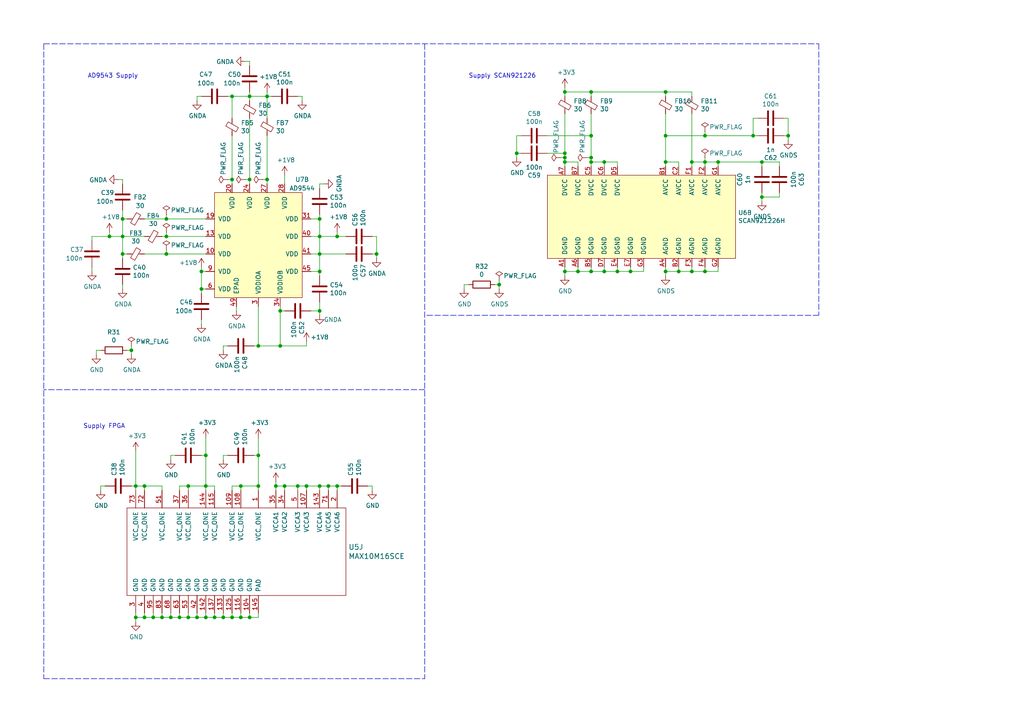
<source format=kicad_sch>
(kicad_sch (version 20250114) (generator "eeschema") (generator_version "9.0")
  (paper "A4")
  (title_block (title "TDS Receiver - FPGA and PLL supply") (date "2025-02-17") (company "(c) 2025 ETH Zurich, Y. Acremann") (comment 1 "License: GNU public license v. 3.0"))
  (text "Supply SCAN921226" (at 135.89 22.86 0) (effects (font (size 1.27 1.27)) (justify left bottom)))
  (text "Supply FPGA" (at 24.13 124.46 0) (effects (font (size 1.27 1.27)) (justify left bottom)))
  (text "AD9543 Supply\n" (at 25.4 22.86 0) (effects (font (size 1.27 1.27)) (justify left bottom)))
  (junction (at 175.26 78.74))
  (junction (at 72.39 27.94))
  (junction (at 218.44 39.37))
  (junction (at 46.99 179.07))
  (junction (at 59.69 140.97))
  (junction (at 196.85 78.74))
  (junction (at 35.56 68.58))
  (junction (at 41.91 140.97))
  (junction (at 59.69 132.08))
  (junction (at 44.45 179.07))
  (junction (at 52.07 179.07))
  (junction (at 193.04 78.74))
  (junction (at 163.83 78.74))
  (junction (at 69.85 140.97))
  (junction (at 171.45 78.74))
  (junction (at 72.39 52.07))
  (junction (at 182.88 78.74))
  (junction (at 193.04 39.37))
  (junction (at 204.47 39.37))
  (junction (at 48.26 73.66))
  (junction (at 179.07 78.74))
  (junction (at 81.28 100.33))
  (junction (at 95.25 140.97))
  (junction (at 163.83 44.45))
  (junction (at 82.55 140.97))
  (junction (at 171.45 39.37))
  (junction (at 48.26 68.58))
  (junction (at 208.28 46.99))
  (junction (at 171.45 26.67))
  (junction (at 220.98 46.99))
  (junction (at 74.93 132.08))
  (junction (at 163.83 46.99))
  (junction (at 39.37 179.07))
  (junction (at 81.28 90.17))
  (junction (at 86.36 140.97))
  (junction (at 72.39 179.07))
  (junction (at 74.93 140.97))
  (junction (at 200.66 46.99))
  (junction (at 88.9 140.97))
  (junction (at 67.31 179.07))
  (junction (at 54.61 179.07))
  (junction (at 48.26 63.5))
  (junction (at 92.71 78.74))
  (junction (at 41.91 179.07))
  (junction (at 193.04 46.99))
  (junction (at 200.66 78.74))
  (junction (at 92.71 73.66))
  (junction (at 228.6 39.37))
  (junction (at 204.47 78.74))
  (junction (at 80.01 140.97))
  (junction (at 39.37 140.97))
  (junction (at 109.22 73.66))
  (junction (at 97.79 140.97))
  (junction (at 204.47 46.99))
  (junction (at 35.56 63.5))
  (junction (at 92.71 63.5))
  (junction (at 220.98 57.15))
  (junction (at 144.78 82.55))
  (junction (at 163.83 26.67))
  (junction (at 49.53 179.07))
  (junction (at 69.85 179.07))
  (junction (at 58.42 78.74))
  (junction (at 167.64 78.74))
  (junction (at 163.83 45.72))
  (junction (at 97.79 68.58))
  (junction (at 31.75 68.58))
  (junction (at 67.31 52.07))
  (junction (at 77.47 27.94))
  (junction (at 77.47 52.07))
  (junction (at 62.23 179.07))
  (junction (at 92.71 90.17))
  (junction (at 74.93 100.33))
  (junction (at 38.1 101.6))
  (junction (at 193.04 26.67))
  (junction (at 67.31 27.94))
  (junction (at 57.15 179.07))
  (junction (at 149.86 44.45))
  (junction (at 59.69 179.07))
  (junction (at 171.45 45.72))
  (junction (at 175.26 46.99))
  (junction (at 92.71 68.58))
  (junction (at 92.71 140.97))
  (junction (at 54.61 140.97))
  (junction (at 64.77 179.07))
  (junction (at 58.42 83.82))
  (junction (at 171.45 46.99))
  (junction (at 35.56 73.66))
  (wire (pts (xy 69.85 142.24) (xy 69.85 140.97)))
  (wire (pts (xy 219.71 39.37) (xy 218.44 39.37)))
  (wire (pts (xy 200.66 33.02) (xy 200.66 46.99)))
  (wire (pts (xy 87.63 27.94) (xy 87.63 29.21)))
  (wire (pts (xy 49.53 132.08) (xy 49.53 133.35)))
  (wire (pts (xy 208.28 46.99) (xy 204.47 46.99)))
  (wire (pts (xy 80.01 140.97) (xy 80.01 142.24)))
  (wire (pts (xy 71.12 17.78) (xy 72.39 17.78)))
  (wire (pts (xy 39.37 140.97) (xy 39.37 142.24)))
  (wire (pts (xy 97.79 67.31) (xy 97.79 68.58)))
  (wire (pts (xy 200.66 46.99) (xy 204.47 46.99)))
  (wire (pts (xy 31.75 68.58) (xy 35.56 68.58)))
  (wire (pts (xy 77.47 53.34) (xy 77.47 52.07)))
  (wire (pts (xy 92.71 91.44) (xy 92.71 90.17)))
  (wire (pts (xy 41.91 63.5) (xy 48.26 63.5)))
  (wire (pts (xy 171.45 26.67) (xy 193.04 26.67)))
  (wire (pts (xy 144.78 81.28) (xy 144.78 82.55)))
  (wire (pts (xy 41.91 68.58) (xy 35.56 68.58)))
  (wire (pts (xy 82.55 50.8) (xy 82.55 53.34)))
  (wire (pts (xy 82.55 142.24) (xy 82.55 140.97)))
  (wire (pts (xy 196.85 48.26) (xy 196.85 46.99)))
  (wire (pts (xy 193.04 27.94) (xy 193.04 26.67)))
  (wire (pts (xy 64.77 100.33) (xy 64.77 101.6)))
  (wire (pts (xy 82.55 90.17) (xy 81.28 90.17)))
  (polyline (pts (xy 12.7 12.7) (xy 12.7 196.85)) (stroke (width 0) (type dash)))
  (wire (pts (xy 134.62 82.55) (xy 134.62 83.82)))
  (wire (pts (xy 41.91 179.07) (xy 39.37 179.07)))
  (wire (pts (xy 88.9 140.97) (xy 92.71 140.97)))
  (wire (pts (xy 44.45 179.07) (xy 44.45 177.8)))
  (wire (pts (xy 81.28 100.33) (xy 74.93 100.33)))
  (wire (pts (xy 58.42 83.82) (xy 58.42 85.09)))
  (wire (pts (xy 97.79 68.58) (xy 100.33 68.58)))
  (wire (pts (xy 59.69 179.07) (xy 57.15 179.07)))
  (wire (pts (xy 74.93 132.08) (xy 74.93 140.97)))
  (wire (pts (xy 68.58 90.17) (xy 68.58 88.9)))
  (wire (pts (xy 35.56 68.58) (xy 35.56 63.5)))
  (wire (pts (xy 77.47 27.94) (xy 77.47 34.29)))
  (wire (pts (xy 27.94 101.6) (xy 27.94 102.87)))
  (wire (pts (xy 92.71 63.5) (xy 92.71 68.58)))
  (wire (pts (xy 107.95 142.24) (xy 107.95 140.97)))
  (wire (pts (xy 92.71 53.34) (xy 92.71 54.61)))
  (wire (pts (xy 182.88 78.74) (xy 179.07 78.74)))
  (wire (pts (xy 59.69 179.07) (xy 59.69 177.8)))
  (wire (pts (xy 109.22 73.66) (xy 109.22 74.93)))
  (wire (pts (xy 151.13 44.45) (xy 149.86 44.45)))
  (wire (pts (xy 228.6 34.29) (xy 227.33 34.29)))
  (wire (pts (xy 35.56 68.58) (xy 35.56 73.66)))
  (wire (pts (xy 26.67 69.85) (xy 26.67 68.58)))
  (wire (pts (xy 204.47 78.74) (xy 208.28 78.74)))
  (wire (pts (xy 158.75 44.45) (xy 163.83 44.45)))
  (wire (pts (xy 88.9 142.24) (xy 88.9 140.97)))
  (wire (pts (xy 109.22 68.58) (xy 109.22 73.66)))
  (wire (pts (xy 92.71 78.74) (xy 92.71 80.01)))
  (wire (pts (xy 220.98 58.42) (xy 220.98 57.15)))
  (wire (pts (xy 92.71 142.24) (xy 92.71 140.97)))
  (wire (pts (xy 74.93 179.07) (xy 72.39 179.07)))
  (wire (pts (xy 59.69 140.97) (xy 59.69 132.08)))
  (wire (pts (xy 163.83 44.45) (xy 163.83 33.02)))
  (wire (pts (xy 41.91 140.97) (xy 41.91 142.24)))
  (wire (pts (xy 46.99 68.58) (xy 48.26 68.58)))
  (wire (pts (xy 35.56 83.82) (xy 35.56 82.55)))
  (wire (pts (xy 107.95 140.97) (xy 106.68 140.97)))
  (wire (pts (xy 163.83 25.4) (xy 163.83 26.67)))
  (wire (pts (xy 196.85 46.99) (xy 193.04 46.99)))
  (wire (pts (xy 57.15 179.07) (xy 54.61 179.07)))
  (wire (pts (xy 171.45 39.37) (xy 171.45 33.02)))
  (wire (pts (xy 77.47 27.94) (xy 77.47 26.67)))
  (wire (pts (xy 66.04 27.94) (xy 67.31 27.94)))
  (wire (pts (xy 95.25 142.24) (xy 95.25 140.97)))
  (wire (pts (xy 193.04 33.02) (xy 193.04 39.37)))
  (wire (pts (xy 227.33 39.37) (xy 228.6 39.37)))
  (wire (pts (xy 39.37 179.07) (xy 39.37 180.34)))
  (polyline (pts (xy 237.49 12.7) (xy 237.49 91.44)) (stroke (width 0) (type dash)))
  (wire (pts (xy 35.56 60.96) (xy 35.56 63.5)))
  (wire (pts (xy 220.98 57.15) (xy 226.06 57.15)))
  (wire (pts (xy 35.56 73.66) (xy 35.56 74.93)))
  (wire (pts (xy 193.04 80.01) (xy 193.04 78.74)))
  (wire (pts (xy 200.66 78.74) (xy 200.66 77.47)))
  (wire (pts (xy 171.45 77.47) (xy 171.45 78.74)))
  (wire (pts (xy 167.64 78.74) (xy 163.83 78.74)))
  (wire (pts (xy 71.12 52.07) (xy 72.39 52.07)))
  (wire (pts (xy 48.26 68.58) (xy 59.69 68.58)))
  (wire (pts (xy 44.45 179.07) (xy 41.91 179.07)))
  (wire (pts (xy 59.69 127) (xy 59.69 132.08)))
  (wire (pts (xy 92.71 62.23) (xy 92.71 63.5)))
  (wire (pts (xy 54.61 140.97) (xy 59.69 140.97)))
  (wire (pts (xy 30.48 140.97) (xy 29.21 140.97)))
  (wire (pts (xy 163.83 27.94) (xy 163.83 26.67)))
  (wire (pts (xy 167.64 46.99) (xy 163.83 46.99)))
  (wire (pts (xy 80.01 140.97) (xy 82.55 140.97)))
  (wire (pts (xy 46.99 179.07) (xy 44.45 179.07)))
  (wire (pts (xy 72.39 27.94) (xy 72.39 26.67)))
  (wire (pts (xy 38.1 101.6) (xy 38.1 102.87)))
  (wire (pts (xy 58.42 78.74) (xy 58.42 83.82)))
  (wire (pts (xy 62.23 177.8) (xy 62.23 179.07)))
  (polyline (pts (xy 237.49 91.44) (xy 123.19 91.44)) (stroke (width 0) (type dash)))
  (wire (pts (xy 69.85 179.07) (xy 69.85 177.8)))
  (wire (pts (xy 38.1 101.6) (xy 38.1 100.33)))
  (wire (pts (xy 149.86 39.37) (xy 149.86 44.45)))
  (wire (pts (xy 170.18 45.72) (xy 171.45 45.72)))
  (wire (pts (xy 67.31 52.07) (xy 67.31 53.34)))
  (wire (pts (xy 48.26 72.39) (xy 48.26 73.66)))
  (wire (pts (xy 77.47 52.07) (xy 77.47 39.37)))
  (wire (pts (xy 54.61 179.07) (xy 52.07 179.07)))
  (wire (pts (xy 58.42 77.47) (xy 58.42 78.74)))
  (wire (pts (xy 73.66 132.08) (xy 74.93 132.08)))
  (wire (pts (xy 167.64 78.74) (xy 167.64 77.47)))
  (wire (pts (xy 52.07 179.07) (xy 49.53 179.07)))
  (wire (pts (xy 204.47 45.72) (xy 204.47 46.99)))
  (wire (pts (xy 54.61 179.07) (xy 54.61 177.8)))
  (wire (pts (xy 29.21 140.97) (xy 29.21 142.24)))
  (wire (pts (xy 163.83 80.01) (xy 163.83 78.74)))
  (wire (pts (xy 76.2 52.07) (xy 77.47 52.07)))
  (wire (pts (xy 78.74 27.94) (xy 77.47 27.94)))
  (wire (pts (xy 48.26 68.58) (xy 48.26 67.31)))
  (wire (pts (xy 36.83 73.66) (xy 35.56 73.66)))
  (wire (pts (xy 163.83 44.45) (xy 163.83 45.72)))
  (wire (pts (xy 163.83 46.99) (xy 163.83 48.26)))
  (wire (pts (xy 48.26 62.23) (xy 48.26 63.5)))
  (wire (pts (xy 107.95 68.58) (xy 109.22 68.58)))
  (wire (pts (xy 57.15 177.8) (xy 57.15 179.07)))
  (wire (pts (xy 31.75 67.31) (xy 31.75 68.58)))
  (wire (pts (xy 72.39 27.94) (xy 77.47 27.94)))
  (wire (pts (xy 158.75 39.37) (xy 171.45 39.37)))
  (wire (pts (xy 58.42 93.98) (xy 58.42 92.71)))
  (polyline (pts (xy 123.19 12.7) (xy 123.19 196.85)) (stroke (width 0) (type dash)))
  (wire (pts (xy 200.66 48.26) (xy 200.66 46.99)))
  (wire (pts (xy 72.39 179.07) (xy 69.85 179.07)))
  (wire (pts (xy 59.69 142.24) (xy 59.69 140.97)))
  (wire (pts (xy 62.23 140.97) (xy 62.23 142.24)))
  (wire (pts (xy 67.31 27.94) (xy 67.31 34.29)))
  (wire (pts (xy 171.45 27.94) (xy 171.45 26.67)))
  (wire (pts (xy 93.98 53.34) (xy 92.71 53.34)))
  (wire (pts (xy 175.26 46.99) (xy 175.26 48.26)))
  (wire (pts (xy 26.67 78.74) (xy 26.67 77.47)))
  (wire (pts (xy 179.07 78.74) (xy 175.26 78.74)))
  (wire (pts (xy 92.71 90.17) (xy 90.17 90.17)))
  (wire (pts (xy 193.04 39.37) (xy 204.47 39.37)))
  (wire (pts (xy 193.04 78.74) (xy 193.04 77.47)))
  (wire (pts (xy 208.28 78.74) (xy 208.28 77.47)))
  (wire (pts (xy 48.26 73.66) (xy 59.69 73.66)))
  (wire (pts (xy 226.06 48.26) (xy 226.06 46.99)))
  (wire (pts (xy 149.86 44.45) (xy 149.86 45.72)))
  (wire (pts (xy 48.26 73.66) (xy 41.91 73.66)))
  (wire (pts (xy 86.36 142.24) (xy 86.36 140.97)))
  (wire (pts (xy 88.9 99.06) (xy 88.9 100.33)))
  (polyline (pts (xy 12.7 12.7) (xy 237.49 12.7)) (stroke (width 0) (type dash)))
  (wire (pts (xy 74.93 140.97) (xy 74.93 142.24)))
  (wire (pts (xy 171.45 45.72) (xy 171.45 46.99)))
  (wire (pts (xy 62.23 179.07) (xy 59.69 179.07)))
  (wire (pts (xy 41.91 140.97) (xy 46.99 140.97)))
  (wire (pts (xy 144.78 82.55) (xy 144.78 83.82)))
  (wire (pts (xy 219.71 34.29) (xy 218.44 34.29)))
  (wire (pts (xy 193.04 46.99) (xy 193.04 48.26)))
  (wire (pts (xy 49.53 179.07) (xy 46.99 179.07)))
  (wire (pts (xy 208.28 48.26) (xy 208.28 46.99)))
  (wire (pts (xy 59.69 140.97) (xy 62.23 140.97)))
  (wire (pts (xy 72.39 34.29) (xy 72.39 52.07)))
  (wire (pts (xy 220.98 57.15) (xy 220.98 55.88)))
  (wire (pts (xy 67.31 27.94) (xy 72.39 27.94)))
  (wire (pts (xy 186.69 78.74) (xy 182.88 78.74)))
  (wire (pts (xy 196.85 77.47) (xy 196.85 78.74)))
  (wire (pts (xy 46.99 140.97) (xy 46.99 142.24)))
  (wire (pts (xy 204.47 46.99) (xy 204.47 48.26)))
  (wire (pts (xy 67.31 179.07) (xy 64.77 179.07)))
  (wire (pts (xy 73.66 100.33) (xy 74.93 100.33)))
  (wire (pts (xy 34.29 52.07) (xy 35.56 52.07)))
  (wire (pts (xy 74.93 127) (xy 74.93 132.08)))
  (wire (pts (xy 218.44 34.29) (xy 218.44 39.37)))
  (wire (pts (xy 228.6 40.64) (xy 228.6 39.37)))
  (wire (pts (xy 57.15 27.94) (xy 57.15 29.21)))
  (wire (pts (xy 39.37 140.97) (xy 41.91 140.97)))
  (wire (pts (xy 41.91 177.8) (xy 41.91 179.07)))
  (wire (pts (xy 72.39 27.94) (xy 72.39 29.21)))
  (wire (pts (xy 39.37 177.8) (xy 39.37 179.07)))
  (wire (pts (xy 81.28 90.17) (xy 81.28 100.33)))
  (wire (pts (xy 64.77 179.07) (xy 62.23 179.07)))
  (wire (pts (xy 46.99 177.8) (xy 46.99 179.07)))
  (wire (pts (xy 64.77 179.07) (xy 64.77 177.8)))
  (wire (pts (xy 26.67 68.58) (xy 31.75 68.58)))
  (wire (pts (xy 143.51 82.55) (xy 144.78 82.55)))
  (wire (pts (xy 226.06 57.15) (xy 226.06 55.88)))
  (wire (pts (xy 59.69 83.82) (xy 58.42 83.82)))
  (wire (pts (xy 38.1 140.97) (xy 39.37 140.97)))
  (wire (pts (xy 74.93 177.8) (xy 74.93 179.07)))
  (wire (pts (xy 220.98 46.99) (xy 208.28 46.99)))
  (wire (pts (xy 86.36 27.94) (xy 87.63 27.94)))
  (wire (pts (xy 39.37 130.81) (xy 39.37 140.97)))
  (wire (pts (xy 52.07 177.8) (xy 52.07 179.07)))
  (wire (pts (xy 50.8 132.08) (xy 49.53 132.08)))
  (wire (pts (xy 182.88 78.74) (xy 182.88 77.47)))
  (wire (pts (xy 171.45 48.26) (xy 171.45 46.99)))
  (wire (pts (xy 92.71 87.63) (xy 92.71 90.17)))
  (wire (pts (xy 90.17 73.66) (xy 92.71 73.66)))
  (wire (pts (xy 36.83 101.6) (xy 38.1 101.6)))
  (wire (pts (xy 81.28 100.33) (xy 88.9 100.33)))
  (wire (pts (xy 66.04 52.07) (xy 67.31 52.07)))
  (wire (pts (xy 67.31 177.8) (xy 67.31 179.07)))
  (wire (pts (xy 90.17 63.5) (xy 92.71 63.5)))
  (wire (pts (xy 29.21 101.6) (xy 27.94 101.6)))
  (wire (pts (xy 69.85 140.97) (xy 74.93 140.97)))
  (wire (pts (xy 163.83 78.74) (xy 163.83 77.47)))
  (polyline (pts (xy 123.19 113.03) (xy 12.7 113.03)) (stroke (width 0) (type dash)))
  (wire (pts (xy 92.71 68.58) (xy 92.71 73.66)))
  (wire (pts (xy 193.04 26.67) (xy 200.66 26.67)))
  (wire (pts (xy 35.56 63.5) (xy 36.83 63.5)))
  (wire (pts (xy 171.45 39.37) (xy 171.45 45.72)))
  (wire (pts (xy 163.83 26.67) (xy 171.45 26.67)))
  (polyline (pts (xy 12.7 196.85) (xy 123.19 196.85)) (stroke (width 0) (type dash)))
  (wire (pts (xy 64.77 132.08) (xy 64.77 133.35)))
  (wire (pts (xy 179.07 48.26) (xy 179.07 46.99)))
  (wire (pts (xy 92.71 73.66) (xy 92.71 78.74)))
  (wire (pts (xy 82.55 140.97) (xy 86.36 140.97)))
  (wire (pts (xy 179.07 46.99) (xy 175.26 46.99)))
  (wire (pts (xy 204.47 39.37) (xy 218.44 39.37)))
  (wire (pts (xy 97.79 140.97) (xy 97.79 142.24)))
  (wire (pts (xy 226.06 46.99) (xy 220.98 46.99)))
  (wire (pts (xy 67.31 142.24) (xy 67.31 140.97)))
  (wire (pts (xy 135.89 82.55) (xy 134.62 82.55)))
  (wire (pts (xy 175.26 78.74) (xy 171.45 78.74)))
  (wire (pts (xy 54.61 142.24) (xy 54.61 140.97)))
  (wire (pts (xy 92.71 140.97) (xy 95.25 140.97)))
  (wire (pts (xy 66.04 100.33) (xy 64.77 100.33)))
  (wire (pts (xy 95.25 140.97) (xy 97.79 140.97)))
  (wire (pts (xy 97.79 68.58) (xy 92.71 68.58)))
  (wire (pts (xy 72.39 177.8) (xy 72.39 179.07)))
  (wire (pts (xy 171.45 46.99) (xy 175.26 46.99)))
  (wire (pts (xy 179.07 77.47) (xy 179.07 78.74)))
  (wire (pts (xy 107.95 73.66) (xy 109.22 73.66)))
  (wire (pts (xy 49.53 179.07) (xy 49.53 177.8)))
  (wire (pts (xy 52.07 140.97) (xy 54.61 140.97)))
  (wire (pts (xy 100.33 73.66) (xy 92.71 73.66)))
  (wire (pts (xy 81.28 88.9) (xy 81.28 90.17)))
  (wire (pts (xy 35.56 52.07) (xy 35.56 53.34)))
  (wire (pts (xy 200.66 26.67) (xy 200.66 27.94)))
  (wire (pts (xy 69.85 179.07) (xy 67.31 179.07)))
  (wire (pts (xy 193.04 39.37) (xy 193.04 46.99)))
  (wire (pts (xy 80.01 139.7) (xy 80.01 140.97)))
  (wire (pts (xy 72.39 52.07) (xy 72.39 53.34)))
  (wire (pts (xy 67.31 39.37) (xy 67.31 52.07)))
  (wire (pts (xy 171.45 78.74) (xy 167.64 78.74)))
  (wire (pts (xy 67.31 140.97) (xy 69.85 140.97)))
  (wire (pts (xy 186.69 77.47) (xy 186.69 78.74)))
  (wire (pts (xy 193.04 78.74) (xy 196.85 78.74)))
  (wire (pts (xy 162.56 45.72) (xy 163.83 45.72)))
  (wire (pts (xy 200.66 78.74) (xy 204.47 78.74)))
  (wire (pts (xy 204.47 77.47) (xy 204.47 78.74)))
  (wire (pts (xy 167.64 48.26) (xy 167.64 46.99)))
  (wire (pts (xy 90.17 78.74) (xy 92.71 78.74)))
  (wire (pts (xy 66.04 132.08) (xy 64.77 132.08)))
  (wire (pts (xy 59.69 132.08) (xy 58.42 132.08)))
  (wire (pts (xy 48.26 63.5) (xy 59.69 63.5)))
  (wire (pts (xy 175.26 78.74) (xy 175.26 77.47)))
  (wire (pts (xy 196.85 78.74) (xy 200.66 78.74)))
  (wire (pts (xy 52.07 142.24) (xy 52.07 140.97)))
  (wire (pts (xy 90.17 68.58) (xy 92.71 68.58)))
  (wire (pts (xy 74.93 100.33) (xy 74.93 88.9)))
  (wire (pts (xy 72.39 17.78) (xy 72.39 19.05)))
  (wire (pts (xy 228.6 39.37) (xy 228.6 34.29)))
  (wire (pts (xy 86.36 140.97) (xy 88.9 140.97)))
  (wire (pts (xy 99.06 140.97) (xy 97.79 140.97)))
  (wire (pts (xy 163.83 45.72) (xy 163.83 46.99)))
  (wire (pts (xy 58.42 78.74) (xy 59.69 78.74)))
  (wire (pts (xy 204.47 39.37) (xy 204.47 38.1)))
  (wire (pts (xy 151.13 39.37) (xy 149.86 39.37)))
  (wire (pts (xy 220.98 48.26) (xy 220.98 46.99)))
  (wire (pts (xy 58.42 27.94) (xy 57.15 27.94)))
  (symbol (lib_id "power:+1V8") (at 58.42 77.47 0) (unit 1)
    (property "Reference" "#PWR0198" (effects (hide yes)))
    (property "Value" "+1V8" (at 54.61 76.2 0))
  )
  (symbol (lib_id "Device:C") (at 58.42 88.9 0) (unit 1)
    (property "Reference" "C46" (at 52.07 87.63 0) (effects (justify left)))
    (property "Value" "100n" (at 50.8 90.17 0) (effects (justify left)))
    (property "Footprint" "Capacitor_SMD:C_0603_1608Metric" (effects (hide yes)))
  )
  (symbol (lib_id "power:GNDA") (at 58.42 93.98 0) (unit 1)
    (property "Reference" "#PWR0199" (effects (hide yes)))
    (property "Value" "GNDA" (at 58.547 98.3742 0))
  )
  (symbol (lib_id "power:GNDA") (at 68.58 90.17 0) (unit 1)
    (property "Reference" "#PWR0200" (effects (hide yes)))
    (property "Value" "GNDA" (at 68.707 94.5642 0))
  )
  (symbol (lib_id "Device:C") (at 69.85 100.33 270) (unit 1)
    (property "Reference" "C48" (at 71.0184 103.251 0) (effects (justify left)))
    (property "Value" "100n" (at 68.707 103.251 0) (effects (justify left)))
    (property "Footprint" "Capacitor_SMD:C_0402_1005Metric" (effects (hide yes)))
  )
  (symbol (lib_id "power:GNDA") (at 64.77 101.6 0) (unit 1)
    (property "Reference" "#PWR0201" (effects (hide yes)))
    (property "Value" "GNDA" (at 64.897 105.9942 0))
  )
  (symbol (lib_id "power:+1V8") (at 88.9 99.06 0) (unit 1)
    (property "Reference" "#PWR0202" (effects (hide yes)))
    (property "Value" "+1V8" (at 92.71 97.79 0))
  )
  (symbol (lib_id "Device:C") (at 86.36 90.17 270) (unit 1)
    (property "Reference" "C52" (at 87.5284 93.091 0) (effects (justify left)))
    (property "Value" "100n" (at 85.217 93.091 0) (effects (justify left)))
    (property "Footprint" "Capacitor_SMD:C_0402_1005Metric" (effects (hide yes)))
  )
  (symbol (lib_id "Device:C") (at 92.71 83.82 0) (unit 1)
    (property "Reference" "C54" (at 95.631 82.6516 0) (effects (justify left)))
    (property "Value" "100n" (at 95.631 84.963 0) (effects (justify left)))
    (property "Footprint" "Capacitor_SMD:C_0402_1005Metric" (effects (hide yes)))
  )
  (symbol (lib_id "Device:C") (at 92.71 58.42 0) (unit 1)
    (property "Reference" "C53" (at 95.631 57.2516 0) (effects (justify left)))
    (property "Value" "100n" (at 95.631 59.563 0) (effects (justify left)))
    (property "Footprint" "Capacitor_SMD:C_0402_1005Metric" (effects (hide yes)))
  )
  (symbol (lib_id "power:GNDA") (at 92.71 91.44 0) (unit 1)
    (property "Reference" "#PWR0203" (effects (hide yes)))
    (property "Value" "GNDA" (at 96.52 92.71 0))
  )
  (symbol (lib_id "power:GNDA") (at 93.98 53.34 90) (unit 1)
    (property "Reference" "#PWR0204" (effects (hide yes)))
    (property "Value" "GNDA" (at 98.3742 53.213 0))
  )
  (symbol (lib_id "power:+1V8") (at 97.79 67.31 0) (unit 1)
    (property "Reference" "#PWR0205" (effects (hide yes)))
    (property "Value" "+1V8" (at 98.171 62.9158 0))
  )
  (symbol (lib_id "Device:C") (at 104.14 68.58 90) (unit 1)
    (property "Reference" "C56" (at 102.9716 65.659 0) (effects (justify left)))
    (property "Value" "100n" (at 105.283 65.659 0) (effects (justify left)))
    (property "Footprint" "Capacitor_SMD:C_0402_1005Metric" (effects (hide yes)))
  )
  (symbol (lib_id "Device:C") (at 104.14 73.66 270) (unit 1)
    (property "Reference" "C57" (at 105.3084 76.581 0) (effects (justify left)))
    (property "Value" "100n" (at 102.997 76.581 0) (effects (justify left)))
    (property "Footprint" "Capacitor_SMD:C_0402_1005Metric" (effects (hide yes)))
  )
  (symbol (lib_id "power:GNDA") (at 109.22 74.93 0) (unit 1)
    (property "Reference" "#PWR0206" (effects (hide yes)))
    (property "Value" "GNDA" (at 109.347 79.3242 0))
  )
  (symbol (lib_id "power:GNDA") (at 38.1 102.87 0) (unit 1)
    (property "Reference" "#PWR0207" (effects (hide yes)))
    (property "Value" "GNDA" (at 38.227 107.2642 0))
  )
  (symbol (lib_id "power:GND") (at 27.94 102.87 0) (unit 1)
    (property "Reference" "#PWR0208" (effects (hide yes)))
    (property "Value" "GND" (at 28.067 107.2642 0))
  )
  (symbol (lib_id "Device:R") (at 33.02 101.6 270) (unit 1)
    (property "Reference" "R31" (at 33.02 96.3422 90))
    (property "Value" "0" (at 33.02 98.6536 90))
    (property "Footprint" "Resistor_SMD:R_0603_1608Metric" (effects (hide yes)))
  )
  (symbol (lib_id "AD9543:AD9543") (at 74.93 71.12 0) (unit 2)
    (property "Reference" "U7" (at 87.63 52.07 0))
    (property "Value" "AD9544" (at 87.63 54.61 0))
    (property "Footprint" "Package_CSP:LFCSP-48-1EP_7x7mm_P0.5mm_EP4.1x4.1mm" (effects (hide yes)))
    (property "Datasheet" "https://www.analog.com/media/en/technical-documentation/data-sheets/AD9543.pdf" (effects (hide yes)))
  )
  (symbol (lib_id "Device:C") (at 62.23 27.94 270) (unit 1)
    (property "Reference" "C47" (at 59.69 21.59 90))
    (property "Value" "100n" (at 59.69 24.13 90))
    (property "Footprint" "Capacitor_SMD:C_0402_1005Metric" (effects (hide yes)))
  )
  (symbol (lib_id "Device:Ferrite_Bead_Small") (at 67.31 36.83 0) (unit 1)
    (property "Reference" "FB5" (at 69.85 35.6616 0) (effects (justify left)))
    (property "Value" "30" (at 69.85 37.973 0) (effects (justify left)))
    (property "Footprint" "Inductor_SMD:L_0402_1005Metric" (effects (hide yes)))
  )
  (symbol (lib_id "power:PWR_FLAG") (at 66.04 52.07 90) (unit 1)
    (property "Reference" "#FLG0105" (effects (hide yes)))
    (property "Value" "PWR_FLAG" (at 64.77 50.8 0) (effects (justify left)))
  )
  (symbol (lib_id "power:PWR_FLAG") (at 71.12 52.07 90) (unit 1)
    (property "Reference" "#FLG0106" (effects (hide yes)))
    (property "Value" "PWR_FLAG" (at 69.85 50.8 0) (effects (justify left)))
  )
  (symbol (lib_id "power:PWR_FLAG") (at 76.2 52.07 90) (unit 1)
    (property "Reference" "#FLG0107" (effects (hide yes)))
    (property "Value" "PWR_FLAG" (at 74.93 50.8 0) (effects (justify left)))
  )
  (symbol (lib_id "Device:Ferrite_Bead_Small") (at 72.39 31.75 0) (unit 1)
    (property "Reference" "FB6" (at 74.93 30.5816 0) (effects (justify left)))
    (property "Value" "30" (at 74.93 32.893 0) (effects (justify left)))
    (property "Footprint" "Inductor_SMD:L_0402_1005Metric" (effects (hide yes)))
  )
  (symbol (lib_id "Device:Ferrite_Bead_Small") (at 77.47 36.83 0) (unit 1)
    (property "Reference" "FB7" (at 80.01 35.6616 0) (effects (justify left)))
    (property "Value" "30" (at 80.01 37.973 0) (effects (justify left)))
    (property "Footprint" "Inductor_SMD:L_0402_1005Metric" (effects (hide yes)))
  )
  (symbol (lib_id "power:GNDA") (at 57.15 29.21 0) (unit 1)
    (property "Reference" "#PWR0189" (effects (hide yes)))
    (property "Value" "GNDA" (at 57.277 33.6042 0))
  )
  (symbol (lib_id "power:+1V8") (at 77.47 26.67 0) (unit 1)
    (property "Reference" "#PWR0190" (effects (hide yes)))
    (property "Value" "+1V8" (at 77.851 22.2758 0))
  )
  (symbol (lib_id "Device:C") (at 82.55 27.94 270) (unit 1)
    (property "Reference" "C51" (at 82.55 21.5392 90))
    (property "Value" "100n" (at 82.55 23.8506 90))
    (property "Footprint" "Capacitor_SMD:C_0402_1005Metric" (effects (hide yes)))
  )
  (symbol (lib_id "Device:C") (at 72.39 22.86 0) (unit 1)
    (property "Reference" "C50" (at 66.04 21.59 0) (effects (justify left)))
    (property "Value" "100n" (at 64.77 24.13 0) (effects (justify left)))
    (property "Footprint" "Capacitor_SMD:C_0402_1005Metric" (effects (hide yes)))
  )
  (symbol (lib_id "power:GNDA") (at 87.63 29.21 0) (unit 1)
    (property "Reference" "#PWR0191" (effects (hide yes)))
    (property "Value" "GNDA" (at 87.757 33.6042 0))
  )
  (symbol (lib_id "power:GNDA") (at 71.12 17.78 270) (unit 1)
    (property "Reference" "#PWR0192" (effects (hide yes)))
    (property "Value" "GNDA" (at 67.8942 17.907 90) (effects (justify right)))
  )
  (symbol (lib_id "power:+1V8") (at 82.55 50.8 0) (unit 1)
    (property "Reference" "#PWR0193" (effects (hide yes)))
    (property "Value" "+1V8" (at 82.931 46.4058 0))
  )
  (symbol (lib_id "power:PWR_FLAG") (at 48.26 62.23 0) (unit 1)
    (property "Reference" "#FLG0108" (effects (hide yes)))
    (property "Value" "PWR_FLAG" (at 49.53 60.96 0) (effects (justify left)))
  )
  (symbol (lib_id "power:PWR_FLAG") (at 48.26 67.31 0) (unit 1)
    (property "Reference" "#FLG0109" (effects (hide yes)))
    (property "Value" "PWR_FLAG" (at 49.53 66.04 0) (effects (justify left)))
  )
  (symbol (lib_id "power:PWR_FLAG") (at 48.26 72.39 0) (unit 1)
    (property "Reference" "#FLG0110" (effects (hide yes)))
    (property "Value" "PWR_FLAG" (at 49.53 71.12 0) (effects (justify left)))
  )
  (symbol (lib_id "Device:Ferrite_Bead_Small") (at 44.45 68.58 90) (unit 1)
    (property "Reference" "FB4" (at 44.45 62.5602 90))
    (property "Value" "30" (at 44.45 64.8716 90))
    (property "Footprint" "Inductor_SMD:L_0402_1005Metric" (effects (hide yes)))
  )
  (symbol (lib_id "Device:Ferrite_Bead_Small") (at 39.37 73.66 90) (unit 1)
    (property "Reference" "FB3" (at 39.37 67.6402 90))
    (property "Value" "30" (at 39.37 69.9516 90))
    (property "Footprint" "Inductor_SMD:L_0402_1005Metric" (effects (hide yes)))
  )
  (symbol (lib_id "Device:Ferrite_Bead_Small") (at 39.37 63.5 90) (unit 1)
    (property "Reference" "FB2" (at 40.64 57.15 90))
    (property "Value" "30" (at 40.64 59.69 90))
    (property "Footprint" "Inductor_SMD:L_0402_1005Metric" (effects (hide yes)))
  )
  (symbol (lib_id "power:+1V8") (at 31.75 67.31 0) (unit 1)
    (property "Reference" "#PWR0194" (effects (hide yes)))
    (property "Value" "+1V8" (at 32.131 62.9158 0))
  )
  (symbol (lib_id "Device:C") (at 35.56 78.74 0) (unit 1)
    (property "Reference" "C40" (at 38.481 77.5716 0) (effects (justify left)))
    (property "Value" "100n" (at 38.481 79.883 0) (effects (justify left)))
    (property "Footprint" "Capacitor_SMD:C_0402_1005Metric" (effects (hide yes)))
  )
  (symbol (lib_id "Device:C") (at 26.67 73.66 0) (unit 1)
    (property "Reference" "C37" (at 20.32 72.39 0) (effects (justify left)))
    (property "Value" "100n" (at 19.05 74.93 0) (effects (justify left)))
    (property "Footprint" "Capacitor_SMD:C_0402_1005Metric" (effects (hide yes)))
  )
  (symbol (lib_id "Device:C") (at 35.56 57.15 0) (unit 1)
    (property "Reference" "C39" (at 29.21 55.88 0) (effects (justify left)))
    (property "Value" "100n" (at 27.94 58.42 0) (effects (justify left)))
    (property "Footprint" "Capacitor_SMD:C_0402_1005Metric" (effects (hide yes)))
  )
  (symbol (lib_id "power:GNDA") (at 35.56 83.82 0) (unit 1)
    (property "Reference" "#PWR0195" (effects (hide yes)))
    (property "Value" "GNDA" (at 35.687 88.2142 0))
  )
  (symbol (lib_id "power:GNDA") (at 26.67 78.74 0) (unit 1)
    (property "Reference" "#PWR0196" (effects (hide yes)))
    (property "Value" "GNDA" (at 26.797 83.1342 0))
  )
  (symbol (lib_id "power:GNDA") (at 34.29 52.07 270) (unit 1)
    (property "Reference" "#PWR0197" (effects (hide yes)))
    (property "Value" "GNDA" (at 31.0642 52.197 90) (effects (justify right)))
  )
  (symbol (lib_id "Intel_Max10:MAX10M16SCE") (at 49.53 163.83 0) (unit 10)
    (property "Reference" "U5" (at 101.0412 158.6738 0) (effects (font (size 1.4986 1.4986)) (justify left)))
    (property "Value" "MAX10M16SCE" (at 101.0412 161.3408 0) (effects (font (size 1.4986 1.4986)) (justify left)))
    (property "Footprint" "footprint:EQFP_144" (effects (hide yes)))
  )
  (symbol (lib_id "power:GND") (at 39.37 180.34 0) (unit 1)
    (property "Reference" "#PWR0209" (effects (hide yes)))
    (property "Value" "GND" (at 39.497 184.7342 0))
  )
  (symbol (lib_id "Device:C") (at 34.29 140.97 90) (unit 1)
    (property "Reference" "C38" (at 33.1216 138.049 0) (effects (justify left)))
    (property "Value" "100n" (at 35.433 138.049 0) (effects (justify left)))
    (property "Footprint" "Capacitor_SMD:C_0603_1608Metric" (effects (hide yes)))
  )
  (symbol (lib_id "power:GND") (at 29.21 142.24 0) (unit 1)
    (property "Reference" "#PWR0210" (effects (hide yes)))
    (property "Value" "GND" (at 29.337 146.6342 0))
  )
  (symbol (lib_id "Device:C") (at 54.61 132.08 90) (unit 1)
    (property "Reference" "C41" (at 53.4416 129.159 0) (effects (justify left)))
    (property "Value" "100n" (at 55.753 129.159 0) (effects (justify left)))
    (property "Footprint" "Capacitor_SMD:C_0603_1608Metric" (effects (hide yes)))
  )
  (symbol (lib_id "power:GND") (at 49.53 133.35 0) (unit 1)
    (property "Reference" "#PWR0211" (effects (hide yes)))
    (property "Value" "GND" (at 49.657 137.7442 0))
  )
  (symbol (lib_id "power:+3.3V") (at 59.69 127 0) (unit 1)
    (property "Reference" "#PWR0212" (effects (hide yes)))
    (property "Value" "+3V3" (at 60.071 122.6058 0))
  )
  (symbol (lib_id "Device:C") (at 69.85 132.08 90) (unit 1)
    (property "Reference" "C49" (at 68.6816 129.159 0) (effects (justify left)))
    (property "Value" "100n" (at 70.993 129.159 0) (effects (justify left)))
    (property "Footprint" "Capacitor_SMD:C_0603_1608Metric" (effects (hide yes)))
  )
  (symbol (lib_id "power:GND") (at 64.77 133.35 0) (unit 1)
    (property "Reference" "#PWR0213" (effects (hide yes)))
    (property "Value" "GND" (at 64.897 137.7442 0))
  )
  (symbol (lib_id "power:+3.3V") (at 74.93 127 0) (unit 1)
    (property "Reference" "#PWR0214" (effects (hide yes)))
    (property "Value" "+3V3" (at 75.311 122.6058 0))
  )
  (symbol (lib_id "power:+3.3V") (at 80.01 139.7 0) (unit 1)
    (property "Reference" "#PWR0215" (effects (hide yes)))
    (property "Value" "+3V3" (at 80.391 135.3058 0))
  )
  (symbol (lib_id "Device:C") (at 102.87 140.97 90) (unit 1)
    (property "Reference" "C55" (at 101.7016 138.049 0) (effects (justify left)))
    (property "Value" "100n" (at 104.013 138.049 0) (effects (justify left)))
    (property "Footprint" "Capacitor_SMD:C_0603_1608Metric" (effects (hide yes)))
  )
  (symbol (lib_id "power:GND") (at 107.95 142.24 0) (unit 1)
    (property "Reference" "#PWR0216" (effects (hide yes)))
    (property "Value" "GND" (at 108.077 146.6342 0))
  )
  (symbol (lib_id "power:GNDS") (at 193.04 80.01 0) (unit 1)
    (property "Reference" "#PWR0217" (effects (hide yes)))
    (property "Value" "GNDS" (at 193.167 84.4042 0))
  )
  (symbol (lib_id "power:GND") (at 163.83 80.01 0) (unit 1)
    (property "Reference" "#PWR0218" (effects (hide yes)))
    (property "Value" "GND" (at 163.957 84.4042 0))
  )
  (symbol (lib_id "Device:C") (at 154.94 44.45 90) (unit 1)
    (property "Reference" "C59" (at 154.94 50.8508 90))
    (property "Value" "100n" (at 154.94 48.5394 90))
    (property "Footprint" "Capacitor_SMD:C_0603_1608Metric" (effects (hide yes)))
  )
  (symbol (lib_id "power:PWR_FLAG") (at 162.56 45.72 90) (unit 1)
    (property "Reference" "#FLG0112" (effects (hide yes)))
    (property "Value" "PWR_FLAG" (at 161.29 44.45 0) (effects (justify left)))
  )
  (symbol (lib_id "Device:Ferrite_Bead_Small") (at 163.83 30.48 0) (unit 1)
    (property "Reference" "FB8" (at 166.37 29.3116 0) (effects (justify left)))
    (property "Value" "30" (at 166.37 31.623 0) (effects (justify left)))
    (property "Footprint" "Inductor_SMD:L_0402_1005Metric" (effects (hide yes)))
  )
  (symbol (lib_id "power:PWR_FLAG") (at 170.18 45.72 90) (unit 1)
    (property "Reference" "#FLG0113" (effects (hide yes)))
    (property "Value" "PWR_FLAG" (at 168.91 44.45 0) (effects (justify left)))
  )
  (symbol (lib_id "power:PWR_FLAG") (at 204.47 38.1 0) (unit 1)
    (property "Reference" "#FLG0114" (effects (hide yes)))
    (property "Value" "PWR_FLAG" (at 205.74 36.83 0) (effects (justify left)))
  )
  (symbol (lib_id "power:PWR_FLAG") (at 204.47 45.72 0) (unit 1)
    (property "Reference" "#FLG0115" (effects (hide yes)))
    (property "Value" "PWR_FLAG" (at 205.74 44.45 0) (effects (justify left)))
  )
  (symbol (lib_id "Device:Ferrite_Bead_Small") (at 171.45 30.48 0) (unit 1)
    (property "Reference" "FB9" (at 173.99 29.3116 0) (effects (justify left)))
    (property "Value" "30" (at 173.99 31.623 0) (effects (justify left)))
    (property "Footprint" "Inductor_SMD:L_0402_1005Metric" (effects (hide yes)))
  )
  (symbol (lib_id "Device:Ferrite_Bead_Small") (at 193.04 30.48 0) (unit 1)
    (property "Reference" "FB10" (at 195.58 29.3116 0) (effects (justify left)))
    (property "Value" "30" (at 195.58 31.623 0) (effects (justify left)))
    (property "Footprint" "Inductor_SMD:L_0402_1005Metric" (effects (hide yes)))
  )
  (symbol (lib_id "Device:Ferrite_Bead_Small") (at 200.66 30.48 0) (unit 1)
    (property "Reference" "FB11" (at 203.2 29.3116 0) (effects (justify left)))
    (property "Value" "30" (at 203.2 31.623 0) (effects (justify left)))
    (property "Footprint" "Inductor_SMD:L_0402_1005Metric" (effects (hide yes)))
  )
  (symbol (lib_id "Device:C") (at 154.94 39.37 270) (unit 1)
    (property "Reference" "C58" (at 154.94 32.9692 90))
    (property "Value" "100n" (at 154.94 35.2806 90))
    (property "Footprint" "Capacitor_SMD:C_0603_1608Metric" (effects (hide yes)))
  )
  (symbol (lib_id "SCAN92xxxxH:SCAN921226H") (at 180.34 66.04 0) (unit 2)
    (property "Reference" "U6" (at 214.0712 61.6966 0) (effects (justify left)))
    (property "Value" "SCAN921226H" (at 214.0712 64.008 0) (effects (justify left)))
    (property "Footprint" "Package_BGA_2:BGA-49_7x7_7.0x7.0mm" (effects (hide yes)))
    (property "Datasheet" "https://www.ti.com/lit/ds/symlink/scan921226h.pdf" (effects (hide yes)))
    (property "Lieferant" "Mouser" (effects (hide yes)))
    (property "Bestellnummer" "926-921226HSM/NOPB" (effects (hide yes)))
  )
  (symbol (lib_id "power:GND") (at 149.86 45.72 0) (unit 1)
    (property "Reference" "#PWR0219" (effects (hide yes)))
    (property "Value" "GND" (at 149.987 50.1142 0))
  )
  (symbol (lib_id "Device:C") (at 226.06 52.07 180) (unit 1)
    (property "Reference" "C63" (at 232.4608 52.07 90))
    (property "Value" "100n" (at 230.1494 52.07 90))
    (property "Footprint" "Capacitor_SMD:C_0603_1608Metric" (effects (hide yes)))
  )
  (symbol (lib_id "Device:C") (at 220.98 52.07 0) (unit 1)
    (property "Reference" "C60" (at 214.5792 52.07 90))
    (property "Value" "1n" (at 216.8906 52.07 90))
    (property "Footprint" "Capacitor_SMD:C_0603_1608Metric" (effects (hide yes)))
  )
  (symbol (lib_id "Device:C") (at 223.52 39.37 90) (unit 1)
    (property "Reference" "C62" (at 223.52 45.7708 90))
    (property "Value" "1n" (at 223.52 43.4594 90))
    (property "Footprint" "Capacitor_SMD:C_0603_1608Metric" (effects (hide yes)))
  )
  (symbol (lib_id "Device:C") (at 223.52 34.29 270) (unit 1)
    (property "Reference" "C61" (at 223.52 27.8892 90))
    (property "Value" "100n" (at 223.52 30.2006 90))
    (property "Footprint" "Capacitor_SMD:C_0603_1608Metric" (effects (hide yes)))
  )
  (symbol (lib_id "power:GNDS") (at 220.98 58.42 0) (unit 1)
    (property "Reference" "#PWR0220" (effects (hide yes)))
    (property "Value" "GNDS" (at 221.107 62.8142 0))
  )
  (symbol (lib_id "power:GNDS") (at 228.6 40.64 0) (unit 1)
    (property "Reference" "#PWR0221" (effects (hide yes)))
    (property "Value" "GNDS" (at 228.727 45.0342 0))
  )
  (symbol (lib_id "power:+3.3V") (at 163.83 25.4 0) (unit 1)
    (property "Reference" "#PWR0222" (effects (hide yes)))
    (property "Value" "+3V3" (at 164.211 21.0058 0))
  )
  (symbol (lib_id "Device:R") (at 139.7 82.55 270) (unit 1)
    (property "Reference" "R32" (at 139.7 77.2922 90))
    (property "Value" "0" (at 139.7 79.6036 90))
    (property "Footprint" "Resistor_SMD:R_0603_1608Metric" (effects (hide yes)))
  )
  (symbol (lib_id "power:GND") (at 134.62 83.82 0) (unit 1)
    (property "Reference" "#PWR0223" (effects (hide yes)))
    (property "Value" "GND" (at 134.747 88.2142 0))
  )
  (symbol (lib_id "power:PWR_FLAG") (at 38.1 100.33 0) (unit 1)
    (property "Reference" "#FLG0116" (effects (hide yes)))
    (property "Value" "PWR_FLAG" (at 39.37 99.06 0) (effects (justify left)))
  )
  (symbol (lib_id "power:PWR_FLAG") (at 144.78 81.28 0) (unit 1)
    (property "Reference" "#FLG0117" (effects (hide yes)))
    (property "Value" "PWR_FLAG" (at 146.05 80.01 0) (effects (justify left)))
  )
  (symbol (lib_id "power:GNDS") (at 144.78 83.82 0) (unit 1)
    (property "Reference" "#PWR0224" (effects (hide yes)))
    (property "Value" "GNDS" (at 144.907 88.2142 0))
  )
  (symbol (lib_id "power:+3.3V") (at 39.37 130.81 0) (unit 1)
    (property "Reference" "#PWR0271" (effects (hide yes)))
    (property "Value" "+3V3" (at 39.751 126.4158 0))
  )
)
</source>
